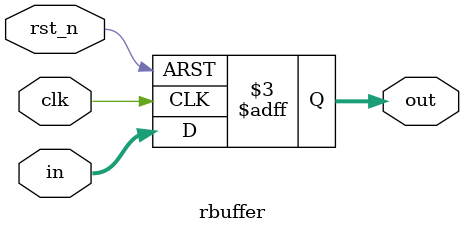
<source format=sv>
`timescale 1ns / 1ps

module rbuffer #(parameter Nbits = 32 )(
    input clk,
    input rst_n,
    input [Nbits-1:0] in,
    output logic [Nbits-1:0] out
);
  always @(posedge clk, negedge rst_n) begin
    if(!rst_n) begin
      out <= 0;
    end else begin
      out <= in;
    end
  end
endmodule

</source>
